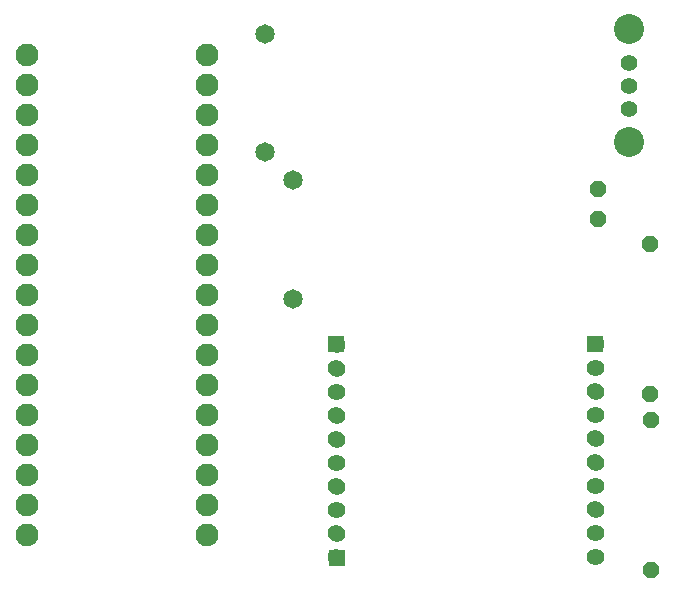
<source format=gbr>
G04 EAGLE Gerber RS-274X export*
G75*
%MOMM*%
%FSLAX34Y34*%
%LPD*%
%INTop Copper*%
%IPPOS*%
%AMOC8*
5,1,8,0,0,1.08239X$1,22.5*%
G01*
%ADD10C,1.651000*%
%ADD11C,1.879600*%
%ADD12R,1.422400X1.422400*%
%ADD13C,1.422400*%
%ADD14P,1.429621X8X292.500000*%
%ADD15P,1.429621X8X112.500000*%
%ADD16C,2.540000*%
%ADD17C,1.930400*%


D10*
X264100Y264000D03*
X264100Y364000D03*
X240900Y488000D03*
X240900Y388000D03*
D11*
X191900Y469900D03*
X191900Y444500D03*
X191900Y419100D03*
X191900Y393700D03*
X191900Y368300D03*
X191900Y342900D03*
X191900Y317500D03*
X191900Y292100D03*
X191900Y266700D03*
X191900Y241300D03*
X191900Y215900D03*
X191900Y190500D03*
X191900Y165100D03*
X191900Y139700D03*
X191900Y114300D03*
X191900Y88900D03*
X191900Y63500D03*
X39500Y63500D03*
X39500Y88900D03*
X39500Y114300D03*
X39500Y139700D03*
X39500Y165100D03*
X39500Y190500D03*
X39500Y215900D03*
X39500Y241300D03*
X39500Y266700D03*
X39500Y292100D03*
X39500Y317500D03*
X39500Y342900D03*
X39500Y368300D03*
X39500Y393700D03*
X39500Y419100D03*
X39500Y444500D03*
X39500Y469900D03*
D12*
X520235Y225516D03*
D13*
X520235Y205516D03*
X520235Y185516D03*
X520235Y165516D03*
X520235Y145516D03*
X520235Y125516D03*
X520235Y105516D03*
X520235Y85516D03*
X520235Y65516D03*
X520235Y45516D03*
D12*
X301265Y44603D03*
D13*
X301265Y64603D03*
X301265Y84603D03*
X301265Y104603D03*
X301265Y124603D03*
X301265Y144603D03*
X301265Y164603D03*
X301265Y184603D03*
X301265Y204603D03*
X301265Y224603D03*
D14*
X522300Y357100D03*
X522300Y331700D03*
D15*
X567600Y33800D03*
X567600Y160800D03*
X566800Y183300D03*
X566800Y310300D03*
D13*
X549000Y444200D03*
D16*
X549000Y492200D03*
X549000Y396200D03*
D13*
X549000Y424200D03*
X549000Y463200D03*
D17*
X39500Y63500D03*
X39500Y88900D03*
X39500Y114300D03*
X39500Y139700D03*
X39500Y165100D03*
X39500Y190500D03*
X39500Y215900D03*
X39500Y241300D03*
X39500Y266700D03*
X39500Y292100D03*
X39500Y317500D03*
X191900Y393700D03*
X191900Y368300D03*
X39500Y393700D03*
X39500Y419100D03*
X39500Y444500D03*
X39500Y469900D03*
X191900Y469900D03*
X191900Y444500D03*
X191900Y419100D03*
X39500Y342900D03*
X39500Y368300D03*
X191900Y342900D03*
X191900Y317500D03*
X191900Y292100D03*
X191900Y266700D03*
X191900Y241300D03*
X191900Y215900D03*
X191900Y190500D03*
X191900Y165100D03*
X191900Y139700D03*
X191900Y114300D03*
X191900Y88900D03*
X191900Y63500D03*
D13*
X301000Y45100D03*
X301000Y65100D03*
X301000Y85100D03*
X301000Y105100D03*
X301000Y125100D03*
X301000Y145100D03*
X301000Y165100D03*
X301000Y185100D03*
X301000Y205100D03*
D12*
X301000Y225100D03*
D13*
X521000Y45100D03*
X521000Y65100D03*
X521000Y85100D03*
X521000Y105100D03*
X521000Y125100D03*
X521000Y145100D03*
X521000Y165100D03*
X521000Y185100D03*
X521000Y205100D03*
X521000Y225100D03*
M02*

</source>
